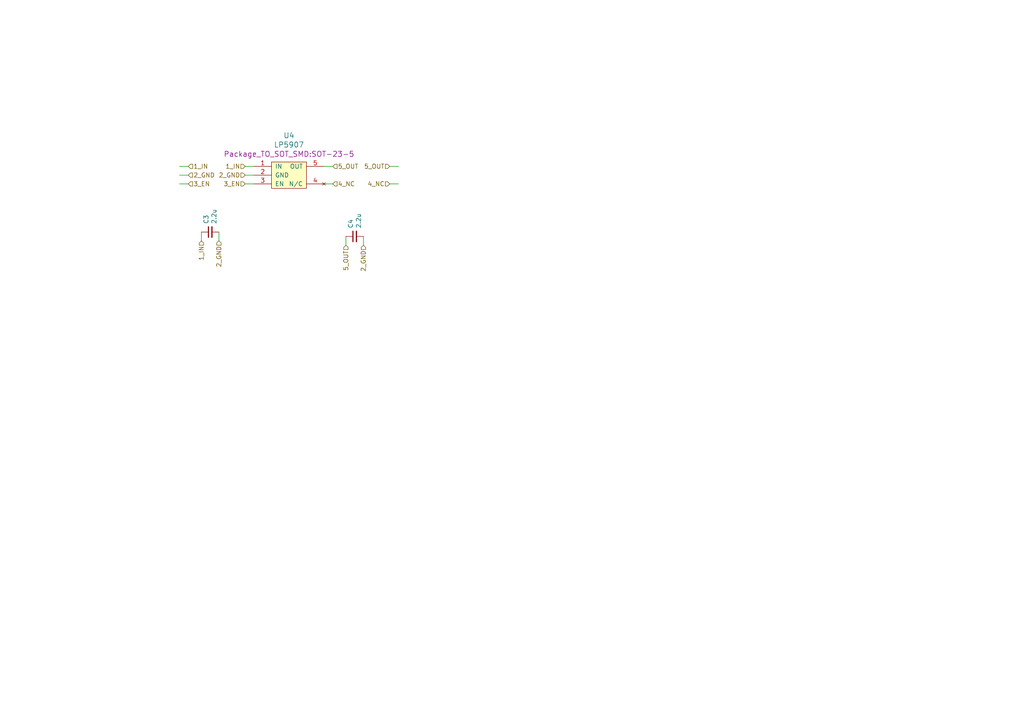
<source format=kicad_sch>
(kicad_sch (version 20230121) (generator eeschema)
  (paper "A4")
  (lib_symbols
    (symbol "FreeEEG32-ads131-rescue:C_Small-Device" (pin_numbers hide) (pin_names (offset 0.254) hide)
      (property "Reference" "C" (at 0.254 1.778 0))
      (property "Value" "C_Small-Device" (at 0.254 -2.032 0))
      (symbol "C_Small-Device_0_1"
        (polyline (pts (xy -1.524 -0.508) (xy 1.524 -0.508)) (stroke (width 0.3302)))
        (polyline (pts (xy -1.524 0.508) (xy 1.524 0.508)) (stroke (width 0.3048)))
      )
      (symbol "C_Small-Device_1_1"
        (pin passive line (at 0 2.54 270) (length 2.032) (name "~") (number "1"))
        (pin passive line (at 0 -2.54 90) (length 2.032) (name "~") (number "2"))
      )
    )
    (symbol "FreeEEG32-ads131-rescue:LP5907-lp5907" (pin_names (offset 1.016))
      (property "Reference" "U" (at 0 5.08 0))
      (property "Value" "LP5907-lp5907" (at 0 -5.08 0))
      (symbol "LP5907-lp5907_0_1"
        (rectangle (start -5.08 3.81) (end 5.08 -3.81) (fill (type background)))
      )
      (symbol "LP5907-lp5907_1_1"
        (pin input line (at -10.16 2.54 0) (length 5.08) (name "IN") (number "1"))
        (pin input line (at -10.16 0 0) (length 5.08) (name "GND") (number "2"))
        (pin input line (at -10.16 -2.54 0) (length 5.08) (name "EN") (number "3"))
        (pin no_connect line (at 10.16 -2.54 180) (length 5.08) (name "N/C") (number "4"))
        (pin output line (at 10.16 2.54 180) (length 5.08) (name "OUT") (number "5"))
      )
    )
  )
  (wire (pts (xy 113.03 48.26) (xy 115.57 48.26)))
  (wire (pts (xy 100.33 71.12) (xy 100.33 68.58)))
  (wire (pts (xy 54.61 53.34) (xy 52.07 53.34)))
  (wire (pts (xy 113.03 53.34) (xy 115.57 53.34)))
  (wire (pts (xy 105.41 71.12) (xy 105.41 68.58)))
  (wire (pts (xy 54.61 50.8) (xy 52.07 50.8)))
  (wire (pts (xy 96.52 48.26) (xy 93.98 48.26)))
  (wire (pts (xy 63.5 69.85) (xy 63.5 67.31)))
  (wire (pts (xy 71.12 50.8) (xy 73.66 50.8)))
  (wire (pts (xy 58.42 69.85) (xy 58.42 67.31)))
  (wire (pts (xy 71.12 48.26) (xy 73.66 48.26)))
  (wire (pts (xy 54.61 48.26) (xy 52.07 48.26)))
  (wire (pts (xy 96.52 53.34) (xy 93.98 53.34)))
  (wire (pts (xy 71.12 53.34) (xy 73.66 53.34)))
  (hierarchical_label "5_OUT" (shape input) (at 96.52 48.26 0))
  (hierarchical_label "5_OUT" (shape input) (at 113.03 48.26 180))
  (hierarchical_label "1_IN" (shape input) (at 54.61 48.26 0))
  (hierarchical_label "1_IN" (shape input) (at 58.42 69.85 270))
  (hierarchical_label "1_IN" (shape input) (at 71.12 48.26 180))
  (hierarchical_label "5_OUT" (shape input) (at 100.33 71.12 270))
  (hierarchical_label "2_GND" (shape input) (at 54.61 50.8 0))
  (hierarchical_label "4_NC" (shape input) (at 96.52 53.34 0))
  (hierarchical_label "3_EN" (shape input) (at 54.61 53.34 0))
  (hierarchical_label "2_GND" (shape input) (at 71.12 50.8 180))
  (hierarchical_label "2_GND" (shape input) (at 63.5 69.85 270))
  (hierarchical_label "3_EN" (shape input) (at 71.12 53.34 180))
  (hierarchical_label "4_NC" (shape input) (at 113.03 53.34 180))
  (hierarchical_label "2_GND" (shape input) (at 105.41 71.12 270))
  (symbol (lib_id "FreeEEG32-ads131-rescue:LP5907-lp5907") (at 83.82 50.8 0) (unit 1)
    (property "Reference" "U4" (at 83.82 39.2938 0) (effects (font (size 1.524 1.524))))
    (property "Value" "LP5907" (at 83.82 41.9862 0) (effects (font (size 1.524 1.524))))
    (property "Footprint" "Package_TO_SOT_SMD:SOT-23-5" (at 83.82 44.6786 0) (effects (font (size 1.524 1.524))))
    (property "MNP" "LP5907QMFX-3.3Q1" (effects hide))
    (property "Manufacturer" "Texas Instruments" (effects hide))
  )
  (symbol (lib_id "FreeEEG32-ads131-rescue:C_Small-Device") (at 60.96 67.31 90) (unit 1)
    (property "Reference" "C3" (at 59.7916 64.9732 0) (effects (justify left)))
    (property "Value" "2.2u" (at 62.103 64.9732 0) (effects (justify left)))
    (property "Footprint" "Capacitor_SMD:C_0603_1608Metric" (effects hide))
    (property "MNP" "GRM188R71A225KE15D" (effects hide))
  )
  (symbol (lib_id "FreeEEG32-ads131-rescue:C_Small-Device") (at 102.87 68.58 90) (unit 1)
    (property "Reference" "C4" (at 101.7016 66.2432 0) (effects (justify left)))
    (property "Value" "2.2u" (at 104.013 66.2432 0) (effects (justify left)))
    (property "Footprint" "Capacitor_SMD:C_0603_1608Metric" (effects hide))
    (property "MNP" "GRM188R71A225KE15D" (effects hide))
  )
)
</source>
